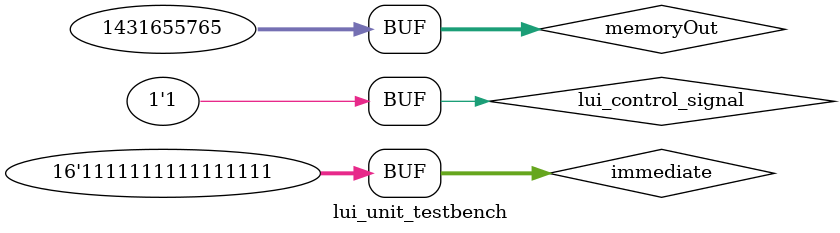
<source format=v>
module lui_unit_testbench();
	wire [31:0] writeData;
	reg [15:0] immediate;
	reg [31:0] memoryOut;
	reg lui_control_signal;

	lui_unit luiA(writeData,immediate,memoryOut,lui_control_signal);
	
	initial begin
		immediate=16'b1111111111111111; memoryOut=32'b01010101010101010101010101010101; lui_control_signal=1'b0;
		#20;
		immediate=16'b1111111111111111; memoryOut=32'b01010101010101010101010101010101; lui_control_signal=1'b1;
	end
	
	initial begin
		$monitor("immediate=%16b memoryOut=%32b lui_control_signal=%1b writeData=%32b",immediate,memoryOut,lui_control_signal,writeData);
	end

endmodule
</source>
